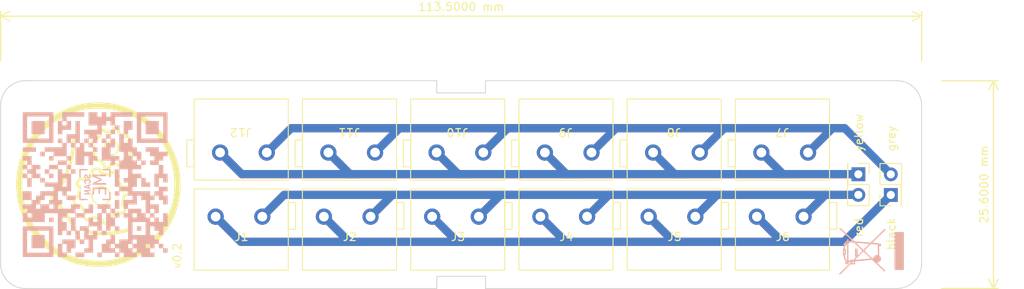
<source format=kicad_pcb>
(kicad_pcb (version 20221018) (generator pcbnew)
  (title_block (title "KNX Distributor") (date "2023-08-15") (rev "0.2") (company "haus-automatisierung.com") (comment 1 "Matthias Kleine"))
  (layers (0 "F.Cu" signal) (31 "B.Cu" signal) (34 "B.Paste" user) (35 "F.Paste" user) (36 "B.SilkS" user "B.Silkscreen") (37 "F.SilkS" user "F.Silkscreen") (38 "B.Mask" user) (39 "F.Mask" user) (44 "Edge.Cuts" user))
  (net 0 "")
  (net 1 "/black")
  (net 2 "/red")
  (net 3 "/grey")
  (net 4 "/yellow")
  (footprint "haus-automatisierung:Wago-243-211" (layer "F.Cu") (at 112.8 64.55)
    (fp_text reference "J6" (at 5.842 5.89 unlocked) (layer "F.SilkS"))
    (fp_text value "Conn_01x02_Pin")
    (pad "1" thru_hole circle (at 2.65 3.4) (size 2 2) (drill 1.2) (layers "*.Cu" "*.Mask") (net 1 "/black"))
    (pad "2" thru_hole circle (at 8.4 3.4) (size 2 2) (drill 1.2) (layers "*.Cu" "*.Mask") (net 2 "/red"))
  )
  (footprint "haus-automatisierung:Wago-243-211" (layer "F.Cu") (at 86.12 64.55)
    (fp_text reference "J4" (at 5.842 5.89 unlocked) (layer "F.SilkS"))
    (fp_text value "Conn_01x02_Pin")
    (pad "1" thru_hole circle (at 2.65 3.4) (size 2 2) (drill 1.2) (layers "*.Cu" "*.Mask") (net 1 "/black"))
    (pad "2" thru_hole circle (at 8.4 3.4) (size 2 2) (drill 1.2) (layers "*.Cu" "*.Mask") (net 2 "/red"))
  )
  (footprint "haus-automatisierung:Logo_20mm" (layer "F.Cu") (at 34.3 64 90)
    (fp_text reference "G***" hide)
    (fp_text value "LOGO" hide)
  )
  (footprint "haus-automatisierung:Wago-243-211" (layer "F.Cu") (at 59.44 64.55)
    (fp_text reference "J2" (at 5.842 5.89 unlocked) (layer "F.SilkS"))
    (fp_text value "Conn_01x02_Pin")
    (pad "1" thru_hole circle (at 2.65 3.4) (size 2 2) (drill 1.2) (layers "*.Cu" "*.Mask") (net 1 "/black"))
    (pad "2" thru_hole circle (at 8.4 3.4) (size 2 2) (drill 1.2) (layers "*.Cu" "*.Mask") (net 2 "/red"))
  )
  (footprint "haus-automatisierung:Wago-243-212" (layer "F.Cu") (at 84.38 63.45 180)
    (fp_text reference "J10" (at 5.842 5.89 180 unlocked) (layer "F.SilkS"))
    (fp_text value "Conn_01x02_Pin")
    (pad "1" thru_hole circle (at 2.65 3.4 180) (size 2 2) (drill 1.2) (layers "*.Cu" "*.Mask") (net 3 "/grey"))
    (pad "2" thru_hole circle (at 8.4 3.4 180) (size 2 2) (drill 1.2) (layers "*.Cu" "*.Mask") (net 4 "/yellow"))
  )
  (footprint "haus-automatisierung:Wago-243-212" (layer "F.Cu") (at 124.4 63.45 180)
    (fp_text reference "J7" (at 5.842 5.89 180 unlocked) (layer "F.SilkS"))
    (fp_text value "Conn_01x02_Pin")
    (pad "1" thru_hole circle (at 2.65 3.4 180) (size 2 2) (drill 1.2) (layers "*.Cu" "*.Mask") (net 3 "/grey"))
    (pad "2" thru_hole circle (at 8.4 3.4 180) (size 2 2) (drill 1.2) (layers "*.Cu" "*.Mask") (net 4 "/yellow"))
  )
  (footprint "Connector_PinHeader_2.54mm:PinHeader_2x01_P2.54mm_Vertical" (layer "F.Cu") (at 127.95 62.725 -90)
    (fp_text reference "J14" hide)
    (fp_text value "Conn_01x02_Pin")
    (pad "1" thru_hole rect (at 0 0 270) (size 1.7 1.7) (drill 1) (layers "*.Cu" "*.Mask") (net 4 "/yellow"))
    (pad "2" thru_hole oval (at 2.54 0 270) (size 1.7 1.7) (drill 1) (layers "*.Cu" "*.Mask") (net 2 "/red"))
  )
  (footprint "haus-automatisierung:Wago-243-212" (layer "F.Cu") (at 111.06 63.45 180)
    (fp_text reference "J8" (at 5.842 5.89 180 unlocked) (layer "F.SilkS"))
    (fp_text value "Conn_01x02_Pin")
    (pad "1" thru_hole circle (at 2.65 3.4 180) (size 2 2) (drill 1.2) (layers "*.Cu" "*.Mask") (net 3 "/grey"))
    (pad "2" thru_hole circle (at 8.4 3.4 180) (size 2 2) (drill 1.2) (layers "*.Cu" "*.Mask") (net 4 "/yellow"))
  )
  (footprint "haus-automatisierung:Wago-243-211" (layer "F.Cu") (at 99.46 64.55)
    (fp_text reference "J5" (at 5.842 5.89 unlocked) (layer "F.SilkS"))
    (fp_text value "Conn_01x02_Pin")
    (pad "1" thru_hole circle (at 2.65 3.4) (size 2 2) (drill 1.2) (layers "*.Cu" "*.Mask") (net 1 "/black"))
    (pad "2" thru_hole circle (at 8.4 3.4) (size 2 2) (drill 1.2) (layers "*.Cu" "*.Mask") (net 2 "/red"))
  )
  (footprint "Connector_PinHeader_2.54mm:PinHeader_2x01_P2.54mm_Vertical" (layer "F.Cu") (at 131.95 65.275 90)
    (fp_text reference "J13" hide)
    (fp_text value "Conn_01x02_Pin")
    (pad "1" thru_hole rect (at 0 0 90) (size 1.7 1.7) (drill 1) (layers "*.Cu" "*.Mask") (net 1 "/black"))
    (pad "2" thru_hole oval (at 2.54 0 90) (size 1.7 1.7) (drill 1) (layers "*.Cu" "*.Mask") (net 3 "/grey"))
  )
  (footprint "haus-automatisierung:Wago-243-212" (layer "F.Cu") (at 97.72 63.45 180)
    (fp_text reference "J9" (at 5.842 5.89 180 unlocked) (layer "F.SilkS"))
    (fp_text value "Conn_01x02_Pin")
    (pad "1" thru_hole circle (at 2.65 3.4 180) (size 2 2) (drill 1.2) (layers "*.Cu" "*.Mask") (net 3 "/grey"))
    (pad "2" thru_hole circle (at 8.4 3.4 180) (size 2 2) (drill 1.2) (layers "*.Cu" "*.Mask") (net 4 "/yellow"))
  )
  (footprint "haus-automatisierung:Wago-243-212" (layer "F.Cu") (at 71.04 63.45 180)
    (fp_text reference "J11" (at 5.842 5.89 180 unlocked) (layer "F.SilkS"))
    (fp_text value "Conn_01x02_Pin")
    (pad "1" thru_hole circle (at 2.65 3.4 180) (size 2 2) (drill 1.2) (layers "*.Cu" "*.Mask") (net 3 "/grey"))
    (pad "2" thru_hole circle (at 8.4 3.4 180) (size 2 2) (drill 1.2) (layers "*.Cu" "*.Mask") (net 4 "/yellow"))
  )
  (footprint "haus-automatisierung:Wago-243-211" (layer "F.Cu") (at 72.78 64.55)
    (fp_text reference "J3" (at 5.842 5.89 unlocked) (layer "F.SilkS"))
    (fp_text value "Conn_01x02_Pin")
    (pad "1" thru_hole circle (at 2.65 3.4) (size 2 2) (drill 1.2) (layers "*.Cu" "*.Mask") (net 1 "/black"))
    (pad "2" thru_hole circle (at 8.4 3.4) (size 2 2) (drill 1.2) (layers "*.Cu" "*.Mask") (net 2 "/red"))
  )
  (footprint "haus-automatisierung:Wago-243-212" (layer "F.Cu") (at 57.7 63.45 180)
    (fp_text reference "J12" (at 5.842 5.89 180 unlocked) (layer "F.SilkS"))
    (fp_text value "Conn_01x02_Pin")
    (pad "1" thru_hole circle (at 2.65 3.4 180) (size 2 2) (drill 1.2) (layers "*.Cu" "*.Mask") (net 3 "/grey"))
    (pad "2" thru_hole circle (at 8.4 3.4 180) (size 2 2) (drill 1.2) (layers "*.Cu" "*.Mask") (net 4 "/yellow"))
  )
  (footprint "haus-automatisierung:Wago-243-211" (layer "F.Cu") (at 46.1 64.55)
    (fp_text reference "J1" (at 5.842 5.89 unlocked) (layer "F.SilkS"))
    (fp_text value "Conn_01x02_Pin")
    (pad "1" thru_hole circle (at 2.65 3.4) (size 2 2) (drill 1.2) (layers "*.Cu" "*.Mask") (net 1 "/black"))
    (pad "2" thru_hole circle (at 8.4 3.4) (size 2 2) (drill 1.2) (layers "*.Cu" "*.Mask") (net 2 "/red"))
  )
  (footprint "haus-automatisierung:QRCode-hausauto_20mm" (layer "B.Cu") (at 33.9 64 -90)
    (fp_text reference "G***" hide)
    (fp_text value "LOGO" hide)
  )
  (footprint "Symbol:WEEE-Logo_5.6x8mm_SilkScreen" (layer "B.Cu") (at 129.55 72.2 -90)
    (fp_text reference "REF**" hide)
    (fp_text value "WEEE-Logo_5.6x8mm_SilkScreen" hide)
  )
  (gr_arc (start 135.75 73.75) (mid 134.856676 75.906676) (end 132.7 76.8) (stroke (width 0.1)) (layer "Edge.Cuts"))
  (gr_line (start 76 75.3) (end 82 75.3) (stroke (width 0.1)) (layer "Edge.Cuts"))
  (gr_line (start 25.3 51.2) (end 76 51.2) (stroke (width 0.1)) (layer "Edge.Cuts"))
  (gr_line (start 76 51.2) (end 76 52.7) (stroke (width 0.1)) (layer "Edge.Cuts"))
  (gr_line (start 82 51.2) (end 132.7 51.2) (stroke (width 0.1)) (layer "Edge.Cuts"))
  (gr_line (start 82 76.8) (end 132.7 76.8) (stroke (width 0.1)) (layer "Edge.Cuts"))
  (gr_arc (start 25.3 76.8) (mid 23.143324 75.906676) (end 22.25 73.75) (stroke (width 0.1)) (layer "Edge.Cuts"))
  (gr_line (start 76 52.7) (end 82 52.7) (stroke (width 0.1)) (layer "Edge.Cuts"))
  (gr_arc (start 22.25 54.25) (mid 23.143324 52.093324) (end 25.3 51.2) (stroke (width 0.1)) (layer "Edge.Cuts"))
  (gr_line (start 135.75 54.25) (end 135.75 73.75) (stroke (width 0.1)) (layer "Edge.Cuts"))
  (gr_line (start 82 51.2) (end 82 52.7) (stroke (width 0.1)) (layer "Edge.Cuts"))
  (gr_line (start 82 76.8) (end 82 75.3) (stroke (width 0.1)) (layer "Edge.Cuts"))
  (gr_line (start 22.25 73.75) (end 22.25 54.25) (stroke (width 0.1)) (layer "Edge.Cuts"))
  (gr_line (start 76 76.8) (end 76 75.3) (stroke (width 0.1)) (layer "Edge.Cuts"))
  (gr_line (start 25.3 76.8) (end 76 76.8) (stroke (width 0.1)) (layer "Edge.Cuts"))
  (gr_arc (start 132.7 51.2) (mid 134.856676 52.093324) (end 135.75 54.25) (stroke (width 0.1)) (layer "Edge.Cuts"))
  (gr_text "red" (at 128.6 68 90) (layer "F.SilkS") (effects (font (size 1 1)) (justify right bottom)))
  (gr_text "yellow" (at 128.6 60 90) (layer "F.SilkS") (effects (font (size 1 1)) (justify left bottom)))
  (gr_text "black" (at 132.6 68 90) (layer "F.SilkS") (effects (font (size 1 1)) (justify right bottom)))
  (gr_text "grey" (at 132.6 60 90) (layer "F.SilkS") (effects (font (size 1 1)) (justify left bottom)))
  (gr_text "v0.2" (at 44.6 74.45 90) (layer "F.SilkS") (effects (font (size 1 1)) (justify left bottom)))
  (dimension (type aligned) (layer "F.SilkS") (pts (xy 137.7 51.2) (xy 137.7 76.8)) (height -6.9) (gr_text "25.6000 mm" (at 143.45 64 90) (layer "F.SilkS") (effects (font (size 1 1) (thickness 0.15)))) (format (prefix "") (suffix "") (units 3) (units_format 1) (precision 4)) (style (thickness 0.15) (arrow_length 1.27) (text_position_mode 0) (extension_height 0.58642) (extension_offset 0.5) keep_text_aligned))
  (dimension (type aligned) (layer "F.SilkS") (pts (xy 22.25 49.25) (xy 135.75 49.25)) (height -6) (gr_text "113.5000 mm" (at 79 42.1) (layer "F.SilkS") (effects (font (size 1 1) (thickness 0.15)))) (format (prefix "") (suffix "") (units 3) (units_format 1) (precision 4)) (style (thickness 0.15) (arrow_length 1.27) (text_position_mode 0) (extension_height 0.58642) (extension_offset 0.5) keep_text_aligned))
  (segment (start 75.43 67.95) (end 78.53 71.05) (width 1) (layer "F.Cu") (net 1))
  (segment (start 102.11 67.95) (end 105.21 71.05) (width 1) (layer "F.Cu") (net 1))
  (segment (start 48.75 67.95) (end 51.85 71.05) (width 1) (layer "F.Cu") (net 1))
  (segment (start 51.85 71.05) (end 66.55 71.05) (width 1) (layer "F.Cu") (net 1))
  (segment (start 79.75 71.05) (end 92.85 71.05) (width 1) (layer "F.Cu") (net 1))
  (segment (start 92.85 71.05) (end 106.35 71.05) (width 1) (layer "F.Cu") (net 1))
  (segment (start 88.77 67.95) (end 91.87 71.05) (width 1) (layer "F.Cu") (net 1))
  (segment (start 119.8 71.05) (end 126.175 71.05) (width 1) (layer "F.Cu") (net 1))
  (segment (start 115.45 67.95) (end 118.55 71.05) (width 1) (layer "F.Cu") (net 1))
  (segment (start 66.55 71.05) (end 79.75 71.05) (width 1) (layer "F.Cu") (net 1))
  (segment (start 126.175 71.05) (end 131.95 65.275) (width 1) (layer "F.Cu") (net 1))
  (segment (start 62.09 67.95) (end 65.19 71.05) (width 1) (layer "F.Cu") (net 1))
  (segment (start 106.35 71.05) (end 119.8 71.05) (width 1) (layer "F.Cu") (net 1))
  (segment (start 92.8625 71.05) (end 106.3625 71.05) (width 1) (layer "B.Cu") (net 1))
  (segment (start 66.5625 71.05) (end 79.7625 71.05) (width 1) (layer "B.Cu") (net 1))
  (segment (start 88.7825 67.95) (end 91.8825 71.05) (width 1) (layer "B.Cu") (net 1))
  (segment (start 51.8625 71.05) (end 66.5625 71.05) (width 1) (layer "B.Cu") (net 1))
  (segment (start 102.1225 67.95) (end 105.2225 71.05) (width 1) (layer "B.Cu") (net 1))
  (segment (start 75.4425 67.95) (end 78.5425 71.05) (width 1) (layer "B.Cu") (net 1))
  (segment (start 126.1875 71.05) (end 131.9625 65.275) (width 1) (layer "B.Cu") (net 1))
  (segment (start 79.7625 71.05) (end 92.8625 71.05) (width 1) (layer "B.Cu") (net 1))
  (segment (start 62.1025 67.95) (end 65.2025 71.05) (width 1) (layer "B.Cu") (net 1))
  (segment (start 115.4625 67.95) (end 118.5625 71.05) (width 1) (layer "B.Cu") (net 1))
  (segment (start 48.7625 67.95) (end 51.8625 71.05) (width 1) (layer "B.Cu") (net 1))
  (segment (start 119.8125 71.05) (end 126.1875 71.05) (width 1) (layer "B.Cu") (net 1))
  (segment (start 106.3625 71.05) (end 119.8125 71.05) (width 1) (layer "B.Cu") (net 1))
  (segment (start 107.86 67.95) (end 110.545 65.265) (width 1) (layer "F.Cu") (net 2))
  (segment (start 111.35 65.265) (end 124.7 65.265) (width 1) (layer "F.Cu") (net 2))
  (segment (start 57.185 65.265) (end 72.75 65.265) (width 1) (layer "F.Cu") (net 2))
  (segment (start 54.5 67.95) (end 57.185 65.265) (width 1) (layer "F.Cu") (net 2))
  (segment (start 85.2 65.265) (end 98 65.265) (width 1) (layer "F.Cu") (net 2))
  (segment (start 72.75 65.265) (end 85.2 65.265) (width 1) (layer "F.Cu") (net 2))
  (segment (start 81.18 67.95) (end 83.865 65.265) (width 1) (layer "F.Cu") (net 2))
  (segment (start 121.2 67.95) (end 123.885 65.265) (width 1) (layer "F.Cu") (net 2))
  (segment (start 67.84 67.95) (end 70.525 65.265) (width 1) (layer "F.Cu") (net 2))
  (segment (start 124.7 65.265) (end 127.95 65.265) (width 1) (layer "F.Cu") (net 2))
  (segment (start 94.52 67.95) (end 97.205 65.265) (width 1) (layer "F.Cu") (net 2))
  (segment (start 98 65.265) (end 111.35 65.265) (width 1) (layer "F.Cu") (net 2))
  (segment (start 54.5 67.95) (end 57.185 65.265) (width 1) (layer "B.Cu") (net 2))
  (segment (start 72.75 65.265) (end 85.2 65.265) (width 1) (layer "B.Cu") (net 2))
  (segment (start 67.84 67.95) (end 70.525 65.265) (width 1) (layer "B.Cu") (net 2))
  (segment (start 98 65.265) (end 111.35 65.265) (width 1) (layer "B.Cu") (net 2))
  (segment (start 81.18 67.95) (end 83.865 65.265) (width 1) (layer "B.Cu") (net 2))
  (segment (start 107.86 67.95) (end 110.545 65.265) (width 1) (layer "B.Cu") (net 2))
  (segment (start 85.2 65.265) (end 98 65.265) (width 1) (layer "B.Cu") (net 2))
  (segment (start 111.35 65.265) (end 124.7 65.265) (width 1) (layer "B.Cu") (net 2))
  (segment (start 57.185 65.265) (end 72.75 65.265) (width 1) (layer "B.Cu") (net 2))
  (segment (start 94.52 67.95) (end 97.205 65.265) (width 1) (layer "B.Cu") (net 2))
  (segment (start 124.7 65.265) (end 127.95 65.265) (width 1) (layer "B.Cu") (net 2))
  (segment (start 121.2 67.95) (end 123.885 65.265) (width 1) (layer "B.Cu") (net 2))
  (segment (start 55.05 60.05) (end 58.05 57.05) (width 1) (layer "F.Cu") (net 3))
  (segment (start 81.73 60.05) (end 84.73 57.05) (width 1) (layer "F.Cu") (net 3))
  (segment (start 121.75 60.05) (end 124.75 57.05) (width 1) (layer "F.Cu") (net 3))
  (segment (start 112.7 57.05) (end 125.45 57.05) (width 1) (layer "F.Cu") (net 3))
  (segment (start 108.41 60.05) (end 111.41 57.05) (width 1) (layer "F.Cu") (net 3))
  (segment (start 72.35 57.05) (end 85.65 57.05) (width 1) (layer "F.Cu") (net 3))
  (segment (start 68.39 60.05) (end 71.39 57.05) (width 1) (layer "F.Cu") (net 3))
  (segment (start 99 57.05) (end 112.7 57.05) (width 1) (layer "F.Cu") (net 3))
  (segment (start 85.65 57.05) (end 99 57.05) (width 1) (layer "F.Cu") (net 3))
  (segment (start 95.07 60.05) (end 98.07 57.05) (width 1) (layer "F.Cu") (net 3))
  (segment (start 126.265 57.05) (end 131.95 62.735) (width 1) (layer "F.Cu") (net 3))
  (segment (start 125.45 57.05) (end 126.265 57.05) (width 1) (layer "F.Cu") (net 3))
  (segment (start 58.05 57.05) (end 72.35 57.05) (width 1) (layer "F.Cu") (net 3))
  (segment (start 55.06 60.05) (end 58.06 57.05) (width 1) (layer "B.Cu") (net 3))
  (segment (start 72.36 57.05) (end 85.66 57.05) (width 1) (layer "B.Cu") (net 3))
  (segment (start 108.42 60.05) (end 111.42 57.05) (width 1) (layer "B.Cu") (net 3))
  (segment (start 99.01 57.05) (end 112.71 57.05) (width 1) (layer "B.Cu") (net 3))
  (segment (start 112.71 57.05) (end 125.46 57.05) (width 1) (layer "B.Cu") (net 3))
  (segment (start 68.4 60.05) (end 71.4 57.05) (width 1) (layer "B.Cu") (net 3))
  (segment (start 121.76 60.05) (end 124.76 57.05) (width 1) (layer "B.Cu") (net 3))
  (segment (start 85.66 57.05) (end 99.01 57.05) (width 1) (layer "B.Cu") (net 3))
  (segment (start 58.06 57.05) (end 72.36 57.05) (width 1) (layer "B.Cu") (net 3))
  (segment (start 125.46 57.05) (end 126.275 57.05) (width 1) (layer "B.Cu") (net 3))
  (segment (start 126.275 57.05) (end 131.96 62.735) (width 1) (layer "B.Cu") (net 3))
  (segment (start 95.08 60.05) (end 98.08 57.05) (width 1) (layer "B.Cu") (net 3))
  (segment (start 81.74 60.05) (end 84.74 57.05) (width 1) (layer "B.Cu") (net 3))
  (segment (start 93.15 62.725) (end 106.5 62.725) (width 1) (layer "F.Cu") (net 4))
  (segment (start 65.95 62.725) (end 79.75 62.725) (width 1) (layer "F.Cu") (net 4))
  (segment (start 49.3 60.05) (end 51.975 62.725) (width 1) (layer "F.Cu") (net 4))
  (segment (start 119.75 62.725) (end 127.95 62.725) (width 1) (layer "F.Cu") (net 4))
  (segment (start 75.98 60.05) (end 78.655 62.725) (width 1) (layer "F.Cu") (net 4))
  (segment (start 116 60.05) (end 118.675 62.725) (width 1) (layer "F.Cu") (net 4))
  (segment (start 62.64 60.05) (end 65.315 62.725) (width 1) (layer "F.Cu") (net 4))
  (segment (start 89.32 60.05) (end 91.995 62.725) (width 1) (layer "F.Cu") (net 4))
  (segment (start 102.66 60.05) (end 105.335 62.725) (width 1) (layer "F.Cu") (net 4))
  (segment (start 79.75 62.725) (end 93.15 62.725) (width 1) (layer "F.Cu") (net 4))
  (segment (start 51.975 62.725) (end 65.95 62.725) (width 1) (layer "F.Cu") (net 4))
  (segment (start 106.5 62.725) (end 119.75 62.725) (width 1) (layer "F.Cu") (net 4))
  (segment (start 102.635 60.025) (end 105.31 62.7) (width 1) (layer "B.Cu") (net 4))
  (segment (start 119.725 62.7) (end 127.925 62.7) (width 1) (layer "B.Cu") (net 4))
  (segment (start 65.925 62.7) (end 79.725 62.7) (width 1) (layer "B.Cu") (net 4))
  (segment (start 89.295 60.025) (end 91.97 62.7) (width 1) (layer "B.Cu") (net 4))
  (segment (start 51.95 62.7) (end 65.925 62.7) (width 1) (layer "B.Cu") (net 4))
  (segment (start 62.615 60.025) (end 65.29 62.7) (width 1) (layer "B.Cu") (net 4))
  (segment (start 79.725 62.7) (end 93.125 62.7) (width 1) (layer "B.Cu") (net 4))
  (segment (start 49.275 60.025) (end 51.95 62.7) (width 1) (layer "B.Cu") (net 4))
  (segment (start 93.125 62.7) (end 106.475 62.7) (width 1) (layer "B.Cu") (net 4))
  (segment (start 115.975 60.025) (end 118.65 62.7) (width 1) (layer "B.Cu") (net 4))
  (segment (start 106.475 62.7) (end 119.725 62.7) (width 1) (layer "B.Cu") (net 4))
  (segment (start 75.955 60.025) (end 78.63 62.7) (width 1) (layer "B.Cu") (net 4))
)
</source>
